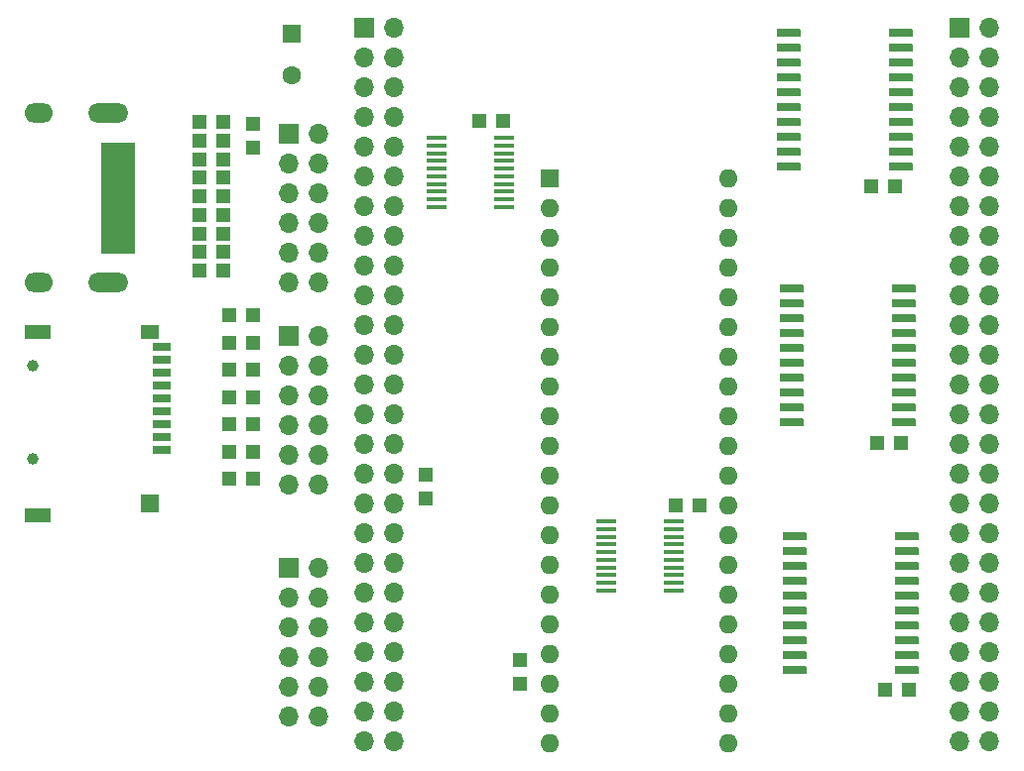
<source format=gts>
G04 #@! TF.GenerationSoftware,KiCad,Pcbnew,8.0.3*
G04 #@! TF.CreationDate,2024-06-06T03:05:29-03:00*
G04 #@! TF.ProjectId,MSX_GOAULD_XC7,4d53585f-474f-4415-954c-445f5843372e,rev?*
G04 #@! TF.SameCoordinates,Original*
G04 #@! TF.FileFunction,Soldermask,Top*
G04 #@! TF.FilePolarity,Negative*
%FSLAX46Y46*%
G04 Gerber Fmt 4.6, Leading zero omitted, Abs format (unit mm)*
G04 Created by KiCad (PCBNEW 8.0.3) date 2024-06-06 03:05:29*
%MOMM*%
%LPD*%
G01*
G04 APERTURE LIST*
G04 Aperture macros list*
%AMRoundRect*
0 Rectangle with rounded corners*
0 $1 Rounding radius*
0 $2 $3 $4 $5 $6 $7 $8 $9 X,Y pos of 4 corners*
0 Add a 4 corners polygon primitive as box body*
4,1,4,$2,$3,$4,$5,$6,$7,$8,$9,$2,$3,0*
0 Add four circle primitives for the rounded corners*
1,1,$1+$1,$2,$3*
1,1,$1+$1,$4,$5*
1,1,$1+$1,$6,$7*
1,1,$1+$1,$8,$9*
0 Add four rect primitives between the rounded corners*
20,1,$1+$1,$2,$3,$4,$5,0*
20,1,$1+$1,$4,$5,$6,$7,0*
20,1,$1+$1,$6,$7,$8,$9,0*
20,1,$1+$1,$8,$9,$2,$3,0*%
G04 Aperture macros list end*
%ADD10C,0.010000*%
%ADD11R,1.167000X1.192000*%
%ADD12RoundRect,0.102000X0.901700X0.266700X-0.901700X0.266700X-0.901700X-0.266700X0.901700X-0.266700X0*%
%ADD13R,1.600000X1.600000*%
%ADD14O,1.600000X1.600000*%
%ADD15R,1.192000X1.167000*%
%ADD16O,3.452400X1.652400*%
%ADD17O,2.452400X1.652400*%
%ADD18C,1.000000*%
%ADD19R,1.600000X0.700000*%
%ADD20R,1.500000X1.200000*%
%ADD21R,2.200000X1.200000*%
%ADD22R,1.500000X1.600000*%
%ADD23C,1.600000*%
%ADD24O,1.740000X0.360000*%
%ADD25R,1.700000X1.700000*%
%ADD26O,1.700000X1.700000*%
G04 APERTURE END LIST*
D10*
X105873500Y-90846500D02*
X103146500Y-90846500D01*
X103146500Y-90421500D01*
X105873500Y-90421500D01*
X105873500Y-90846500D01*
G36*
X105873500Y-90846500D02*
G01*
X103146500Y-90846500D01*
X103146500Y-90421500D01*
X105873500Y-90421500D01*
X105873500Y-90846500D01*
G37*
X105873500Y-91346500D02*
X103146500Y-91346500D01*
X103146500Y-90921500D01*
X105873500Y-90921500D01*
X105873500Y-91346500D01*
G36*
X105873500Y-91346500D02*
G01*
X103146500Y-91346500D01*
X103146500Y-90921500D01*
X105873500Y-90921500D01*
X105873500Y-91346500D01*
G37*
X105873500Y-91846500D02*
X103146500Y-91846500D01*
X103146500Y-91421500D01*
X105873500Y-91421500D01*
X105873500Y-91846500D01*
G36*
X105873500Y-91846500D02*
G01*
X103146500Y-91846500D01*
X103146500Y-91421500D01*
X105873500Y-91421500D01*
X105873500Y-91846500D01*
G37*
X105873500Y-92346500D02*
X103146500Y-92346500D01*
X103146500Y-91921500D01*
X105873500Y-91921500D01*
X105873500Y-92346500D01*
G36*
X105873500Y-92346500D02*
G01*
X103146500Y-92346500D01*
X103146500Y-91921500D01*
X105873500Y-91921500D01*
X105873500Y-92346500D01*
G37*
X105873500Y-92846500D02*
X103146500Y-92846500D01*
X103146500Y-92421500D01*
X105873500Y-92421500D01*
X105873500Y-92846500D01*
G36*
X105873500Y-92846500D02*
G01*
X103146500Y-92846500D01*
X103146500Y-92421500D01*
X105873500Y-92421500D01*
X105873500Y-92846500D01*
G37*
X105873500Y-93346500D02*
X103146500Y-93346500D01*
X103146500Y-92921500D01*
X105873500Y-92921500D01*
X105873500Y-93346500D01*
G36*
X105873500Y-93346500D02*
G01*
X103146500Y-93346500D01*
X103146500Y-92921500D01*
X105873500Y-92921500D01*
X105873500Y-93346500D01*
G37*
X105873500Y-93846500D02*
X103146500Y-93846500D01*
X103146500Y-93421500D01*
X105873500Y-93421500D01*
X105873500Y-93846500D01*
G36*
X105873500Y-93846500D02*
G01*
X103146500Y-93846500D01*
X103146500Y-93421500D01*
X105873500Y-93421500D01*
X105873500Y-93846500D01*
G37*
X105873500Y-94346500D02*
X103146500Y-94346500D01*
X103146500Y-93921500D01*
X105873500Y-93921500D01*
X105873500Y-94346500D01*
G36*
X105873500Y-94346500D02*
G01*
X103146500Y-94346500D01*
X103146500Y-93921500D01*
X105873500Y-93921500D01*
X105873500Y-94346500D01*
G37*
X105873500Y-94846500D02*
X103146500Y-94846500D01*
X103146500Y-94421500D01*
X105873500Y-94421500D01*
X105873500Y-94846500D01*
G36*
X105873500Y-94846500D02*
G01*
X103146500Y-94846500D01*
X103146500Y-94421500D01*
X105873500Y-94421500D01*
X105873500Y-94846500D01*
G37*
X105873500Y-95346500D02*
X103146500Y-95346500D01*
X103146500Y-94921500D01*
X105873500Y-94921500D01*
X105873500Y-95346500D01*
G36*
X105873500Y-95346500D02*
G01*
X103146500Y-95346500D01*
X103146500Y-94921500D01*
X105873500Y-94921500D01*
X105873500Y-95346500D01*
G37*
X105873500Y-95846500D02*
X103146500Y-95846500D01*
X103146500Y-95421500D01*
X105873500Y-95421500D01*
X105873500Y-95846500D01*
G36*
X105873500Y-95846500D02*
G01*
X103146500Y-95846500D01*
X103146500Y-95421500D01*
X105873500Y-95421500D01*
X105873500Y-95846500D01*
G37*
X105873500Y-96346500D02*
X103146500Y-96346500D01*
X103146500Y-95921500D01*
X105873500Y-95921500D01*
X105873500Y-96346500D01*
G36*
X105873500Y-96346500D02*
G01*
X103146500Y-96346500D01*
X103146500Y-95921500D01*
X105873500Y-95921500D01*
X105873500Y-96346500D01*
G37*
X105873500Y-96846500D02*
X103146500Y-96846500D01*
X103146500Y-96421500D01*
X105873500Y-96421500D01*
X105873500Y-96846500D01*
G36*
X105873500Y-96846500D02*
G01*
X103146500Y-96846500D01*
X103146500Y-96421500D01*
X105873500Y-96421500D01*
X105873500Y-96846500D01*
G37*
X105873500Y-97346500D02*
X103146500Y-97346500D01*
X103146500Y-96921500D01*
X105873500Y-96921500D01*
X105873500Y-97346500D01*
G36*
X105873500Y-97346500D02*
G01*
X103146500Y-97346500D01*
X103146500Y-96921500D01*
X105873500Y-96921500D01*
X105873500Y-97346500D01*
G37*
X105873500Y-97846500D02*
X103146500Y-97846500D01*
X103146500Y-97421500D01*
X105873500Y-97421500D01*
X105873500Y-97846500D01*
G36*
X105873500Y-97846500D02*
G01*
X103146500Y-97846500D01*
X103146500Y-97421500D01*
X105873500Y-97421500D01*
X105873500Y-97846500D01*
G37*
X105873500Y-98346500D02*
X103146500Y-98346500D01*
X103146500Y-97921500D01*
X105873500Y-97921500D01*
X105873500Y-98346500D01*
G36*
X105873500Y-98346500D02*
G01*
X103146500Y-98346500D01*
X103146500Y-97921500D01*
X105873500Y-97921500D01*
X105873500Y-98346500D01*
G37*
X105873500Y-98846500D02*
X103146500Y-98846500D01*
X103146500Y-98421500D01*
X105873500Y-98421500D01*
X105873500Y-98846500D01*
G36*
X105873500Y-98846500D02*
G01*
X103146500Y-98846500D01*
X103146500Y-98421500D01*
X105873500Y-98421500D01*
X105873500Y-98846500D01*
G37*
X105873500Y-99346500D02*
X103146500Y-99346500D01*
X103146500Y-98921500D01*
X105873500Y-98921500D01*
X105873500Y-99346500D01*
G36*
X105873500Y-99346500D02*
G01*
X103146500Y-99346500D01*
X103146500Y-98921500D01*
X105873500Y-98921500D01*
X105873500Y-99346500D01*
G37*
X105873500Y-99846500D02*
X103146500Y-99846500D01*
X103146500Y-99421500D01*
X105873500Y-99421500D01*
X105873500Y-99846500D01*
G36*
X105873500Y-99846500D02*
G01*
X103146500Y-99846500D01*
X103146500Y-99421500D01*
X105873500Y-99421500D01*
X105873500Y-99846500D01*
G37*
D11*
X113538000Y-99758500D03*
X111506000Y-99758500D03*
X113538000Y-96583500D03*
X111506000Y-96583500D03*
X114046000Y-109812700D03*
X116078000Y-109812700D03*
X113538000Y-88646000D03*
X111506000Y-88646000D03*
X154178000Y-121412000D03*
X152146000Y-121412000D03*
X170855200Y-94130800D03*
X168823200Y-94130800D03*
D12*
X171602400Y-114300000D03*
X171602400Y-113030000D03*
X171602400Y-111760000D03*
X171602400Y-110490000D03*
X171602400Y-109220000D03*
X171602400Y-107950000D03*
X171602400Y-106680000D03*
X171602400Y-105410000D03*
X171602400Y-104140000D03*
X171602400Y-102870000D03*
X162052000Y-102870000D03*
X162052000Y-104140000D03*
X162052000Y-105410000D03*
X162052000Y-106680000D03*
X162052000Y-107950000D03*
X162052000Y-109220000D03*
X162052000Y-110490000D03*
X162052000Y-111760000D03*
X162052000Y-113030000D03*
X162052000Y-114300000D03*
D13*
X141351000Y-93472000D03*
D14*
X141351000Y-96012000D03*
X141351000Y-98552000D03*
X141351000Y-101092000D03*
X141351000Y-103632000D03*
X141351000Y-106172000D03*
X141351000Y-108712000D03*
X141351000Y-111252000D03*
X141351000Y-113792000D03*
X141351000Y-116332000D03*
X141351000Y-118872000D03*
X141351000Y-121412000D03*
X141351000Y-123952000D03*
X141351000Y-126492000D03*
X141351000Y-129032000D03*
X141351000Y-131572000D03*
X141351000Y-134112000D03*
X141351000Y-136652000D03*
X141351000Y-139192000D03*
X141351000Y-141732000D03*
X156591000Y-141732000D03*
X156591000Y-139192000D03*
X156591000Y-136652000D03*
X156591000Y-134112000D03*
X156591000Y-131572000D03*
X156591000Y-129032000D03*
X156591000Y-126492000D03*
X156591000Y-123952000D03*
X156591000Y-121412000D03*
X156591000Y-118872000D03*
X156591000Y-116332000D03*
X156591000Y-113792000D03*
X156591000Y-111252000D03*
X156591000Y-108712000D03*
X156591000Y-106172000D03*
X156591000Y-103632000D03*
X156591000Y-101092000D03*
X156591000Y-98552000D03*
X156591000Y-96012000D03*
X156591000Y-93472000D03*
D15*
X138861800Y-136652000D03*
X138861800Y-134620000D03*
D11*
X171348400Y-116078000D03*
X169316400Y-116078000D03*
X113538000Y-90233500D03*
X111506000Y-90233500D03*
X114046000Y-112141000D03*
X116078000Y-112141000D03*
D15*
X130810000Y-120777000D03*
X130810000Y-118745000D03*
D11*
X114046000Y-114469300D03*
X116078000Y-114469300D03*
X116078000Y-105156000D03*
X114046000Y-105156000D03*
D16*
X103750000Y-102384000D03*
X103750000Y-87884000D03*
D17*
X97790000Y-102384000D03*
X97790000Y-87884000D03*
D18*
X97282000Y-109474000D03*
X97282000Y-117474000D03*
D19*
X108282000Y-116674000D03*
X108282000Y-115574000D03*
X108282000Y-114474000D03*
X108282000Y-113374000D03*
X108282000Y-112274000D03*
X108282000Y-111174000D03*
X108282000Y-110074000D03*
X108282000Y-108974000D03*
X108282000Y-107874000D03*
D20*
X107282000Y-106624000D03*
D21*
X97682000Y-106624000D03*
X97682000Y-122224000D03*
D22*
X107282000Y-121274000D03*
D13*
X119380000Y-81151300D03*
D23*
X119380000Y-84651300D03*
D11*
X114046000Y-116797700D03*
X116078000Y-116797700D03*
D15*
X116078000Y-88773000D03*
X116078000Y-90805000D03*
D24*
X137490000Y-95894000D03*
X137490000Y-95244000D03*
X137490000Y-94594000D03*
X137490000Y-93944000D03*
X137490000Y-93284000D03*
X137490000Y-92634000D03*
X137490000Y-91984000D03*
X137490000Y-91334000D03*
X137490000Y-90684000D03*
X137490000Y-90034000D03*
X131750000Y-90034000D03*
X131750000Y-90684000D03*
X131750000Y-91334000D03*
X131750000Y-91984000D03*
X131750000Y-92634000D03*
X131750000Y-93284000D03*
X131750000Y-93944000D03*
X131750000Y-94594000D03*
X131750000Y-95244000D03*
X131750000Y-95894000D03*
D11*
X172059600Y-137160000D03*
X170027600Y-137160000D03*
D12*
X171841200Y-135441000D03*
X171841200Y-134171000D03*
X171841200Y-132901000D03*
X171841200Y-131631000D03*
X171841200Y-130361000D03*
X171841200Y-129091000D03*
X171841200Y-127821000D03*
X171841200Y-126551000D03*
X171841200Y-125281000D03*
X171841200Y-124011000D03*
X162290800Y-124011000D03*
X162290800Y-125281000D03*
X162290800Y-126551000D03*
X162290800Y-127821000D03*
X162290800Y-129091000D03*
X162290800Y-130361000D03*
X162290800Y-131631000D03*
X162290800Y-132901000D03*
X162290800Y-134171000D03*
X162290800Y-135441000D03*
D25*
X119126000Y-89662000D03*
D26*
X121666000Y-89662000D03*
X119126000Y-92202000D03*
X121666000Y-92202000D03*
X119126000Y-94742000D03*
X121666000Y-94742000D03*
X119126000Y-97282000D03*
X121666000Y-97282000D03*
X119126000Y-99822000D03*
X121666000Y-99822000D03*
X119126000Y-102362000D03*
X121666000Y-102362000D03*
D11*
X114046000Y-119126000D03*
X116078000Y-119126000D03*
D12*
X171348400Y-92456000D03*
X171348400Y-91186000D03*
X171348400Y-89916000D03*
X171348400Y-88646000D03*
X171348400Y-87376000D03*
X171348400Y-86106000D03*
X171348400Y-84836000D03*
X171348400Y-83566000D03*
X171348400Y-82296000D03*
X171348400Y-81026000D03*
X161798000Y-81026000D03*
X161798000Y-82296000D03*
X161798000Y-83566000D03*
X161798000Y-84836000D03*
X161798000Y-86106000D03*
X161798000Y-87376000D03*
X161798000Y-88646000D03*
X161798000Y-89916000D03*
X161798000Y-91186000D03*
X161798000Y-92456000D03*
D25*
X119126000Y-106934000D03*
D26*
X121666000Y-106934000D03*
X119126000Y-109474000D03*
X121666000Y-109474000D03*
X119126000Y-112014000D03*
X121666000Y-112014000D03*
X119126000Y-114554000D03*
X121666000Y-114554000D03*
X119126000Y-117094000D03*
X121666000Y-117094000D03*
X119126000Y-119634000D03*
X121666000Y-119634000D03*
D11*
X113538000Y-98171000D03*
X111506000Y-98171000D03*
D24*
X146228000Y-122800000D03*
X146228000Y-123450000D03*
X146228000Y-124100000D03*
X146228000Y-124750000D03*
X146228000Y-125410000D03*
X146228000Y-126060000D03*
X146228000Y-126710000D03*
X146228000Y-127360000D03*
X146228000Y-128010000D03*
X146228000Y-128660000D03*
X151968000Y-128660000D03*
X151968000Y-128010000D03*
X151968000Y-127360000D03*
X151968000Y-126710000D03*
X151968000Y-126060000D03*
X151968000Y-125410000D03*
X151968000Y-124750000D03*
X151968000Y-124100000D03*
X151968000Y-123450000D03*
X151968000Y-122800000D03*
D25*
X125597500Y-80624000D03*
D26*
X128137500Y-80624000D03*
X125597500Y-83164000D03*
X128137500Y-83164000D03*
X125597500Y-85704000D03*
X128137500Y-85704000D03*
X125597500Y-88244000D03*
X128137500Y-88244000D03*
X125597500Y-90784000D03*
X128137500Y-90784000D03*
X125597500Y-93324000D03*
X128137500Y-93324000D03*
X125597500Y-95864000D03*
X128137500Y-95864000D03*
X125597500Y-98404000D03*
X128137500Y-98404000D03*
X125597500Y-100944000D03*
X128137500Y-100944000D03*
X125597500Y-103484000D03*
X128137500Y-103484000D03*
X125597500Y-106024000D03*
X128137500Y-106024000D03*
X125597500Y-108564000D03*
X128137500Y-108564000D03*
X125597500Y-111104000D03*
X128137500Y-111104000D03*
X125597500Y-113644000D03*
X128137500Y-113644000D03*
X125597500Y-116184000D03*
X128137500Y-116184000D03*
X125597500Y-118724000D03*
X128137500Y-118724000D03*
X125597500Y-121264000D03*
X128137500Y-121264000D03*
X125597500Y-123804000D03*
X128137500Y-123804000D03*
X125597500Y-126344000D03*
X128137500Y-126344000D03*
X125597500Y-128884000D03*
X128137500Y-128884000D03*
X125597500Y-131424000D03*
X128137500Y-131424000D03*
X125597500Y-133964000D03*
X128137500Y-133964000D03*
X125597500Y-136504000D03*
X128137500Y-136504000D03*
X125597500Y-139044000D03*
X128137500Y-139044000D03*
X125597500Y-141584000D03*
X128137500Y-141584000D03*
D25*
X176397500Y-80594000D03*
D26*
X178937500Y-80594000D03*
X176397500Y-83134000D03*
X178937500Y-83134000D03*
X176397500Y-85674000D03*
X178937500Y-85674000D03*
X176397500Y-88214000D03*
X178937500Y-88214000D03*
X176397500Y-90754000D03*
X178937500Y-90754000D03*
X176397500Y-93294000D03*
X178937500Y-93294000D03*
X176397500Y-95834000D03*
X178937500Y-95834000D03*
X176397500Y-98374000D03*
X178937500Y-98374000D03*
X176397500Y-100914000D03*
X178937500Y-100914000D03*
X176397500Y-103454000D03*
X178937500Y-103454000D03*
X176397500Y-105994000D03*
X178937500Y-105994000D03*
X176397500Y-108534000D03*
X178937500Y-108534000D03*
X176397500Y-111074000D03*
X178937500Y-111074000D03*
X176397500Y-113614000D03*
X178937500Y-113614000D03*
X176397500Y-116154000D03*
X178937500Y-116154000D03*
X176397500Y-118694000D03*
X178937500Y-118694000D03*
X176397500Y-121234000D03*
X178937500Y-121234000D03*
X176397500Y-123774000D03*
X178937500Y-123774000D03*
X176397500Y-126314000D03*
X178937500Y-126314000D03*
X176397500Y-128854000D03*
X178937500Y-128854000D03*
X176397500Y-131394000D03*
X178937500Y-131394000D03*
X176397500Y-133934000D03*
X178937500Y-133934000D03*
X176397500Y-136474000D03*
X178937500Y-136474000D03*
X176397500Y-139014000D03*
X178937500Y-139014000D03*
X176397500Y-141554000D03*
X178937500Y-141554000D03*
D11*
X114046000Y-107484300D03*
X116078000Y-107484300D03*
X135361000Y-88603000D03*
X137393000Y-88603000D03*
X113538000Y-101346000D03*
X111506000Y-101346000D03*
X113538000Y-91821000D03*
X111506000Y-91821000D03*
X113538000Y-94996000D03*
X111506000Y-94996000D03*
D25*
X119126000Y-126746000D03*
D26*
X121666000Y-126746000D03*
X119126000Y-129286000D03*
X121666000Y-129286000D03*
X119126000Y-131826000D03*
X121666000Y-131826000D03*
X119126000Y-134366000D03*
X121666000Y-134366000D03*
X119126000Y-136906000D03*
X121666000Y-136906000D03*
X119126000Y-139446000D03*
X121666000Y-139446000D03*
D11*
X113538000Y-93408500D03*
X111506000Y-93408500D03*
M02*

</source>
